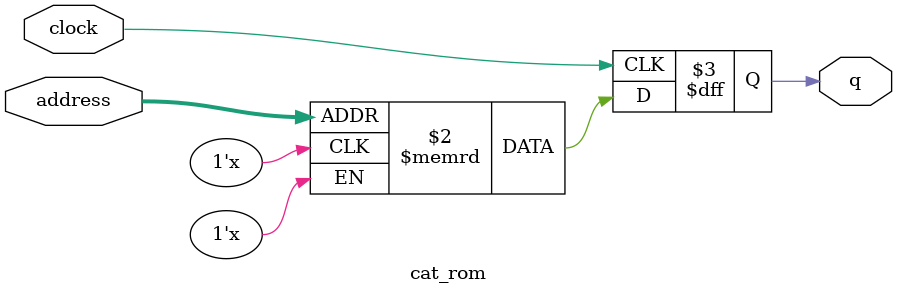
<source format=sv>
module cat_rom (
	input logic clock,
	input logic [18:0] address,
	output logic [0:0] q
);

logic [0:0] memory [0:307199] /* synthesis ram_init_file = "./cat/cat.mif" */;

always_ff @ (posedge clock) begin
	q <= memory[address];
end

endmodule

</source>
